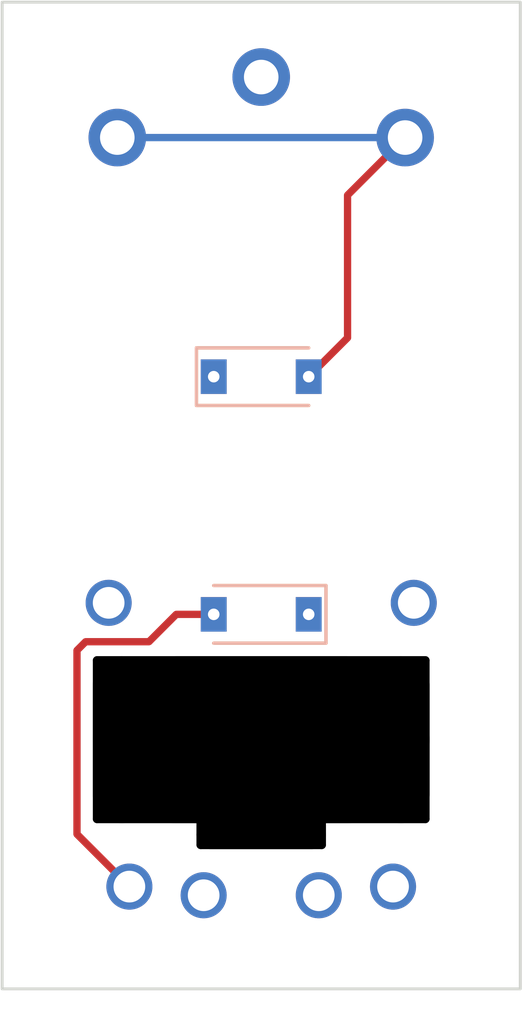
<source format=kicad_pcb>
(kicad_pcb (version 20210722) (generator pcbnew)
  (layers (0 "F.Cu" signal) (31 "B.Cu" signal) (34 "B.Paste" user) (35 "F.Paste" user) (36 "B.SilkS" user "B.Silkscreen") (37 "F.SilkS" user "F.Silkscreen") (38 "B.Mask" user) (39 "F.Mask" user) (44 "Edge.Cuts" user))
  (net 0 "")
  (footprint "pg1232:pg1232-DR" (layer "F.Cu") (at 148 103)
    (fp_text reference "REF**" hide)
    (fp_text value "pg1232-DR")
    (fp_line (start 2.25 1) (end -1.65 1) (layer "B.SilkS") (width 0.12))
    (fp_line (start 2.25 -1) (end -1.65 -1) (layer "B.SilkS") (width 0.12))
    (fp_line (start 2.25 -1) (end 2.25 1) (layer "B.SilkS") (width 0.12))
    (fp_line (start 2.25 1) (end -1.65 1) (layer "F.SilkS") (width 0.12))
    (fp_line (start 2.25 -1) (end -1.65 -1) (layer "F.SilkS") (width 0.12))
    (fp_line (start 2.25 -1) (end 2.25 1) (layer "F.SilkS") (width 0.12))
    (pad "" np_thru_hole oval locked (at 0 7.1) (size 11.7 0.3) (drill oval 11.7 0.3) (layers *.Mask))
    (pad "" np_thru_hole oval locked (at -2.1 7.6 90) (size 1.1 0.3) (drill oval 1.1 0.3) (layers *.Mask))
    (pad "" np_thru_hole oval locked (at 0 4.35) (size 11.7 5.8) (drill oval 11.7 5.8) (layers *.Mask))
    (pad "" np_thru_hole oval locked (at 5.7 4.35 90) (size 5.8 0.3) (drill oval 5.8 0.3) (layers *.Mask))
    (pad "" np_thru_hole oval locked (at 0 1.6) (size 11.7 0.3) (drill oval 11.7 0.3) (layers *.Mask))
    (pad "" np_thru_hole oval locked (at 2.1 7.6 90) (size 1.1 0.3) (drill oval 1.1 0.3) (layers *.Mask))
    (pad "" np_thru_hole oval locked (at -5.7 4.35 90) (size 5.8 0.3) (drill oval 5.8 0.3) (layers *.Mask))
    (pad "" np_thru_hole oval locked (at 0 8) (size 4.5 0.3) (drill oval 4.5 0.3) (layers *.Mask))
    (pad "" np_thru_hole oval locked (at 4.85 4.35) (size 2 5.8) (drill oval 2 5.8) (layers *.Mask))
    (pad "" np_thru_hole oval locked (at -4.85 4.35) (size 2 5.8) (drill oval 2 5.8) (layers *.Mask))
    (pad "" np_thru_hole oval locked (at 0 7.65) (size 4.5 1) (drill oval 4.5 1) (layers *.Mask))
    (pad "1" thru_hole circle locked (at -2 9.75) (size 1.6 1.6) (drill 1.1) (layers *.Cu "F.Mask"))
    (pad "1" thru_hole circle locked (at 2 9.75) (size 1.6 1.6) (drill 1.1) (layers *.Cu "B.Mask"))
    (pad "2" thru_hole rect locked (at 1.65 0) (size 0.9 1.2) (drill 0.4) (layers *.Cu *.Mask))
    (pad "3" thru_hole circle locked (at 4.58 9.45) (size 1.6 1.6) (drill 1.1) (layers *.Cu "F.Mask"))
    (pad "3" thru_hole rect locked (at -1.65 0) (size 0.9 1.2) (drill 0.4) (layers *.Cu *.Mask))
    (pad "3" thru_hole circle locked (at -4.58 9.45) (size 1.6 1.6) (drill 1.1) (layers *.Cu "B.Mask"))
    (pad "3" smd custom locked (at -1.65 0) (size 0 0) (layers "F.Cu") (options (clearance outline) (anchor circle)) (primitives (gr_line (start -4.75 7.63) (end -2.93 9.45) (width 0.254)) (gr_line (start 0 0) (end -1.3 0) (width 0.254)) (gr_line (start -1.3 0) (end -2.25 0.95) (width 0.254)) (gr_line (start -4.75 1.25) (end -4.75 7.63) (width 0.254)) (gr_line (start -2.25 0.95) (end -4.45 0.95) (width 0.254)) (gr_line (start -4.45 0.95) (end -4.75 1.25) (width 0.254))))
    (pad "4" thru_hole circle locked (at -5.3 -0.4) (size 1.6 1.6) (drill 1.1) (layers *.Cu *.Mask))
    (pad "5" thru_hole circle locked (at 5.3 -0.4) (size 1.6 1.6) (drill 1.1) (layers *.Cu *.Mask))
  )
  (footprint "pg1350:pg1350-DR" (layer "F.Cu") (at 148 94.75)
    (fp_text reference "REF**" hide)
    (fp_text value "pg1350-DR")
    (fp_line (start -2.25 1) (end 1.65 1) (layer "B.SilkS") (width 0.12))
    (fp_line (start -2.25 -1) (end 1.65 -1) (layer "B.SilkS") (width 0.12))
    (fp_line (start -2.25 -1) (end -2.25 1) (layer "B.SilkS") (width 0.12))
    (fp_line (start -2.25 -1) (end 1.65 -1) (layer "F.SilkS") (width 0.12))
    (fp_line (start -2.25 -1) (end -2.25 1) (layer "F.SilkS") (width 0.12))
    (fp_line (start -2.25 1) (end 1.65 1) (layer "F.SilkS") (width 0.12))
    (pad "" np_thru_hole circle locked (at -5.5 -4.5) (size 1.7 1.7) (drill 1.7) (layers *.Cu *.Mask))
    (pad "" np_thru_hole circle locked (at 5.5 -4.5) (size 1.7 1.7) (drill 1.7) (layers *.Cu *.Mask))
    (pad "" np_thru_hole circle locked (at 0 -4.5) (size 3.4 3.4) (drill 3.4) (layers *.Cu *.Mask))
    (pad "1" thru_hole circle locked (at 0 -10.4) (size 2 2) (drill 1.2) (layers *.Cu *.Mask))
    (pad "2" thru_hole rect locked (at -1.65 0) (size 0.9 1.2) (drill 0.4) (layers *.Cu *.Mask))
    (pad "3" thru_hole rect locked (at 1.65 0) (size 0.9 1.2) (drill 0.4) (layers *.Cu *.Mask))
    (pad "3" smd custom locked (at 5 -8.3) (size 0 0) (layers "F.Cu") (options (clearance outline) (anchor circle)) (primitives (gr_line (start 0 0) (end -2 2) (width 0.254)) (gr_line (start -2 2) (end -2 6.95) (width 0.254)) (gr_line (start -2 6.95) (end -3.35 8.3) (width 0.254))))
    (pad "3" thru_hole circle locked (at -5 -8.3) (size 2 2) (drill 1.2) (layers *.Cu "F.Mask"))
    (pad "3" thru_hole circle locked (at 5 -8.3) (size 2 2) (drill 1.2) (layers *.Cu "B.Mask"))
    (pad "3" smd custom locked (at -5 -8.3) (size 0 0) (layers "B.Cu") (options (clearance outline) (anchor circle)) (primitives (gr_line (start 0 0) (end 10 0) (width 0.254))))
  )
  (gr_rect (start 157 116) (end 139 81.75) (layer "Edge.Cuts") (width 0.1) (fill none))
)
</source>
